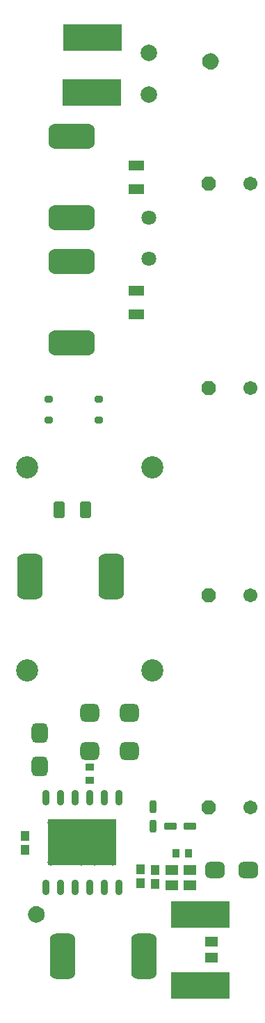
<source format=gts>
G04 Layer_Color=8388736*
%FSLAX24Y24*%
%MOIN*%
G70*
G01*
G75*
G04:AMPARAMS|DCode=42|XSize=94.6mil|YSize=76.9mil|CornerRadius=21.2mil|HoleSize=0mil|Usage=FLASHONLY|Rotation=180.000|XOffset=0mil|YOffset=0mil|HoleType=Round|Shape=RoundedRectangle|*
%AMROUNDEDRECTD42*
21,1,0.0946,0.0344,0,0,180.0*
21,1,0.0522,0.0769,0,0,180.0*
1,1,0.0424,-0.0261,0.0172*
1,1,0.0424,0.0261,0.0172*
1,1,0.0424,0.0261,-0.0172*
1,1,0.0424,-0.0261,-0.0172*
%
%ADD42ROUNDEDRECTD42*%
%ADD43R,0.2836X0.1261*%
G04:AMPARAMS|DCode=44|XSize=220.6mil|YSize=122.2mil|CornerRadius=32.5mil|HoleSize=0mil|Usage=FLASHONLY|Rotation=180.000|XOffset=0mil|YOffset=0mil|HoleType=Round|Shape=RoundedRectangle|*
%AMROUNDEDRECTD44*
21,1,0.2206,0.0571,0,0,180.0*
21,1,0.1555,0.1222,0,0,180.0*
1,1,0.0651,-0.0778,0.0285*
1,1,0.0651,0.0778,0.0285*
1,1,0.0651,0.0778,-0.0285*
1,1,0.0651,-0.0778,-0.0285*
%
%ADD44ROUNDEDRECTD44*%
%ADD45R,0.0769X0.0493*%
G04:AMPARAMS|DCode=46|XSize=220.6mil|YSize=122.2mil|CornerRadius=32.5mil|HoleSize=0mil|Usage=FLASHONLY|Rotation=270.000|XOffset=0mil|YOffset=0mil|HoleType=Round|Shape=RoundedRectangle|*
%AMROUNDEDRECTD46*
21,1,0.2206,0.0571,0,0,270.0*
21,1,0.1555,0.1222,0,0,270.0*
1,1,0.0651,-0.0285,-0.0778*
1,1,0.0651,-0.0285,0.0778*
1,1,0.0651,0.0285,0.0778*
1,1,0.0651,0.0285,-0.0778*
%
%ADD46ROUNDEDRECTD46*%
G04:AMPARAMS|DCode=47|XSize=94.6mil|YSize=76.9mil|CornerRadius=21.2mil|HoleSize=0mil|Usage=FLASHONLY|Rotation=270.000|XOffset=0mil|YOffset=0mil|HoleType=Round|Shape=RoundedRectangle|*
%AMROUNDEDRECTD47*
21,1,0.0946,0.0344,0,0,270.0*
21,1,0.0522,0.0769,0,0,270.0*
1,1,0.0424,-0.0172,-0.0261*
1,1,0.0424,-0.0172,0.0261*
1,1,0.0424,0.0172,0.0261*
1,1,0.0424,0.0172,-0.0261*
%
%ADD47ROUNDEDRECTD47*%
%ADD48R,0.3289X0.2249*%
%ADD49O,0.0360X0.0749*%
G04:AMPARAMS|DCode=50|XSize=55.2mil|YSize=82.8mil|CornerRadius=15.8mil|HoleSize=0mil|Usage=FLASHONLY|Rotation=0.000|XOffset=0mil|YOffset=0mil|HoleType=Round|Shape=RoundedRectangle|*
%AMROUNDEDRECTD50*
21,1,0.0552,0.0512,0,0,0.0*
21,1,0.0236,0.0828,0,0,0.0*
1,1,0.0316,0.0118,-0.0256*
1,1,0.0316,-0.0118,-0.0256*
1,1,0.0316,-0.0118,0.0256*
1,1,0.0316,0.0118,0.0256*
%
%ADD50ROUNDEDRECTD50*%
G04:AMPARAMS|DCode=51|XSize=90.7mil|YSize=86.7mil|CornerRadius=23.7mil|HoleSize=0mil|Usage=FLASHONLY|Rotation=180.000|XOffset=0mil|YOffset=0mil|HoleType=Round|Shape=RoundedRectangle|*
%AMROUNDEDRECTD51*
21,1,0.0907,0.0394,0,0,180.0*
21,1,0.0433,0.0867,0,0,180.0*
1,1,0.0474,-0.0217,0.0197*
1,1,0.0474,0.0217,0.0197*
1,1,0.0474,0.0217,-0.0197*
1,1,0.0474,-0.0217,-0.0197*
%
%ADD51ROUNDEDRECTD51*%
%ADD52R,0.0434X0.0474*%
%ADD53R,0.0631X0.0493*%
G04:AMPARAMS|DCode=54|XSize=61.2mil|YSize=33.6mil|CornerRadius=10.4mil|HoleSize=0mil|Usage=FLASHONLY|Rotation=90.000|XOffset=0mil|YOffset=0mil|HoleType=Round|Shape=RoundedRectangle|*
%AMROUNDEDRECTD54*
21,1,0.0612,0.0128,0,0,90.0*
21,1,0.0404,0.0336,0,0,90.0*
1,1,0.0208,0.0064,0.0202*
1,1,0.0208,0.0064,-0.0202*
1,1,0.0208,-0.0064,-0.0202*
1,1,0.0208,-0.0064,0.0202*
%
%ADD54ROUNDEDRECTD54*%
%ADD55R,0.0356X0.0434*%
G04:AMPARAMS|DCode=56|XSize=61.2mil|YSize=33.6mil|CornerRadius=10.4mil|HoleSize=0mil|Usage=FLASHONLY|Rotation=180.000|XOffset=0mil|YOffset=0mil|HoleType=Round|Shape=RoundedRectangle|*
%AMROUNDEDRECTD56*
21,1,0.0612,0.0128,0,0,180.0*
21,1,0.0404,0.0336,0,0,180.0*
1,1,0.0208,-0.0202,0.0064*
1,1,0.0208,0.0202,0.0064*
1,1,0.0208,0.0202,-0.0064*
1,1,0.0208,-0.0202,-0.0064*
%
%ADD56ROUNDEDRECTD56*%
%ADD57R,0.0434X0.0356*%
G04:AMPARAMS|DCode=58|XSize=31.6mil|YSize=39.5mil|CornerRadius=9.9mil|HoleSize=0mil|Usage=FLASHONLY|Rotation=270.000|XOffset=0mil|YOffset=0mil|HoleType=Round|Shape=RoundedRectangle|*
%AMROUNDEDRECTD58*
21,1,0.0316,0.0197,0,0,270.0*
21,1,0.0118,0.0395,0,0,270.0*
1,1,0.0198,-0.0098,-0.0059*
1,1,0.0198,-0.0098,0.0059*
1,1,0.0198,0.0098,0.0059*
1,1,0.0198,0.0098,-0.0059*
%
%ADD58ROUNDEDRECTD58*%
%ADD59C,0.0671*%
%ADD60P,0.0726X8X202.5*%
%ADD61C,0.1064*%
%ADD62C,0.0710*%
%ADD63C,0.0789*%
%ADD64C,0.0316*%
G36*
X21303Y34990D02*
X21399Y34950D01*
X21481Y34887D01*
X21544Y34805D01*
X21584Y34709D01*
X21597Y34606D01*
X21584Y34503D01*
X21544Y34408D01*
X21481Y34325D01*
X21399Y34262D01*
X21303Y34223D01*
X21200Y34209D01*
X21097Y34223D01*
X21001Y34262D01*
X20919Y34325D01*
X20856Y34408D01*
X20816Y34503D01*
X20803Y34606D01*
X20816Y34709D01*
X20856Y34805D01*
X20919Y34887D01*
X21001Y34950D01*
X21097Y34990D01*
X21200Y35003D01*
X21303Y34990D01*
D02*
G37*
G36*
X29653Y75884D02*
X29749Y75844D01*
X29831Y75781D01*
X29894Y75699D01*
X29934Y75603D01*
X29947Y75500D01*
X29934Y75397D01*
X29894Y75301D01*
X29831Y75219D01*
X29749Y75156D01*
X29653Y75116D01*
X29550Y75103D01*
X29447Y75116D01*
X29351Y75156D01*
X29269Y75219D01*
X29206Y75301D01*
X29166Y75397D01*
X29153Y75500D01*
X29166Y75603D01*
X29206Y75699D01*
X29269Y75781D01*
X29351Y75844D01*
X29447Y75884D01*
X29550Y75897D01*
X29653Y75884D01*
D02*
G37*
D42*
X31357Y36750D02*
D03*
X29743D02*
D03*
D43*
X23850Y74000D02*
D03*
X23900Y76650D02*
D03*
X29050Y34600D02*
D03*
Y31200D02*
D03*
D44*
X22900Y68002D02*
D03*
Y71900D02*
D03*
Y62002D02*
D03*
Y65900D02*
D03*
D45*
X26000Y69358D02*
D03*
Y70500D02*
D03*
Y63358D02*
D03*
Y64500D02*
D03*
D46*
X24798Y50800D02*
D03*
X20900D02*
D03*
X26348Y32600D02*
D03*
X22450D02*
D03*
D47*
X21350Y43307D02*
D03*
Y41693D02*
D03*
D48*
X23388Y38054D02*
D03*
D49*
X21646Y35909D02*
D03*
X22347D02*
D03*
X23048D02*
D03*
X23748D02*
D03*
X24449D02*
D03*
X25150D02*
D03*
X21646Y40200D02*
D03*
X22347D02*
D03*
X23048D02*
D03*
X23748D02*
D03*
X24449D02*
D03*
X25150D02*
D03*
D50*
X22300Y54000D02*
D03*
X23560D02*
D03*
D51*
X25650Y42444D02*
D03*
Y44256D02*
D03*
X23750D02*
D03*
Y42444D02*
D03*
D52*
X26900Y36081D02*
D03*
Y36750D02*
D03*
X26200Y36769D02*
D03*
Y36100D02*
D03*
X20650Y38369D02*
D03*
Y37700D02*
D03*
D53*
X27700Y36750D02*
D03*
Y36002D02*
D03*
X28550Y36750D02*
D03*
Y36002D02*
D03*
X29600Y32550D02*
D03*
Y33298D02*
D03*
D54*
X26800Y39772D02*
D03*
Y38828D02*
D03*
D55*
X28500Y37550D02*
D03*
X27890D02*
D03*
D56*
X27628Y38850D02*
D03*
X28572D02*
D03*
D57*
X23750Y41050D02*
D03*
Y41660D02*
D03*
D58*
X24200Y59300D02*
D03*
Y58300D02*
D03*
X21779Y59300D02*
D03*
Y58300D02*
D03*
D59*
X31450Y49900D02*
D03*
Y39750D02*
D03*
Y59850D02*
D03*
Y69650D02*
D03*
D60*
X29450Y49900D02*
D03*
Y39750D02*
D03*
Y59850D02*
D03*
Y69650D02*
D03*
D61*
X20750Y56050D02*
D03*
X26750D02*
D03*
X20750Y46300D02*
D03*
X26750D02*
D03*
D62*
X26600Y68018D02*
D03*
Y66050D02*
D03*
D63*
Y73900D02*
D03*
Y75900D02*
D03*
D64*
X22700Y37150D02*
D03*
X24000Y37100D02*
D03*
Y39000D02*
D03*
X22700D02*
D03*
X22000Y38550D02*
D03*
X24000D02*
D03*
X24700D02*
D03*
Y37600D02*
D03*
X24000D02*
D03*
X22000D02*
D03*
X22700D02*
D03*
Y38550D02*
D03*
X23350Y37100D02*
D03*
Y37600D02*
D03*
Y38550D02*
D03*
Y39000D02*
D03*
X24700Y38050D02*
D03*
X24000D02*
D03*
X23350D02*
D03*
X22700D02*
D03*
X22000D02*
D03*
X24850Y37100D02*
D03*
X21900D02*
D03*
X24850Y39000D02*
D03*
X21900D02*
D03*
M02*

</source>
